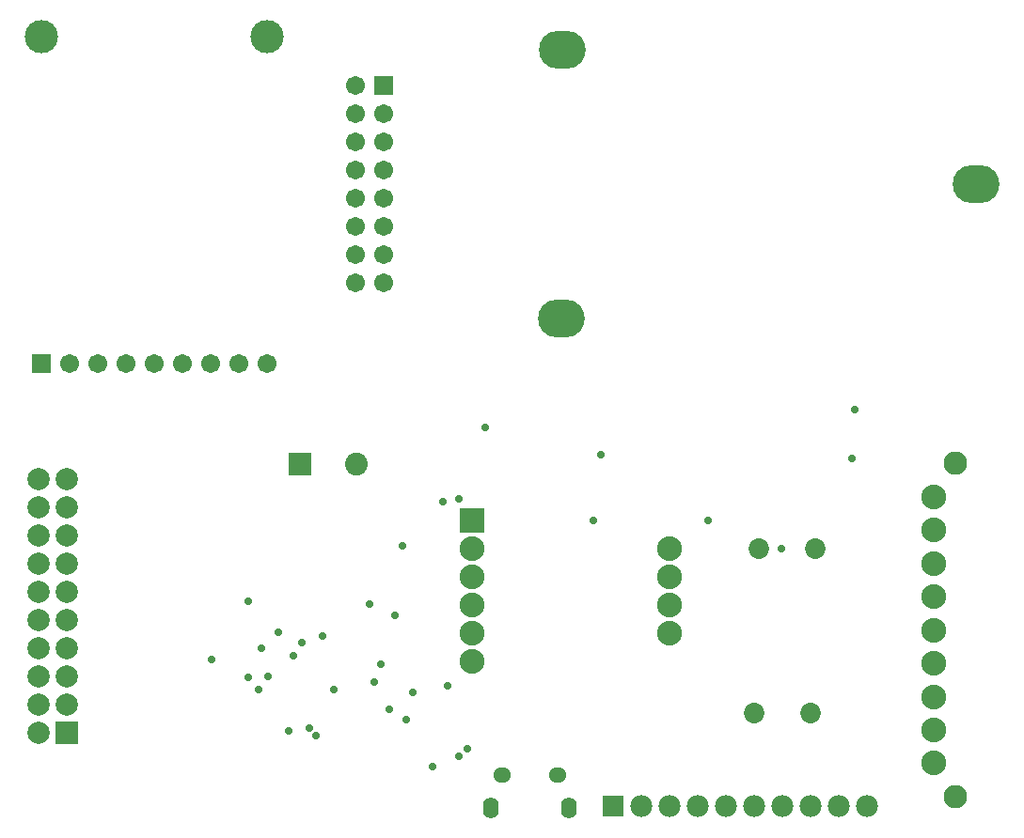
<source format=gbs>
G04*
G04 #@! TF.GenerationSoftware,Altium Limited,Altium Designer,19.1.5 (86)*
G04*
G04 Layer_Color=16711935*
%FSLAX25Y25*%
%MOIN*%
G70*
G01*
G75*
%ADD33C,0.07296*%
%ADD34C,0.08800*%
%ADD35C,0.08300*%
%ADD36R,0.07887X0.07887*%
%ADD37C,0.07887*%
%ADD38C,0.08083*%
%ADD39R,0.08083X0.08083*%
%ADD40R,0.08800X0.08800*%
%ADD41O,0.05524X0.07493*%
%ADD42O,0.06312X0.05328*%
%ADD43C,0.07800*%
%ADD44R,0.07800X0.07800*%
%ADD45C,0.11800*%
%ADD46C,0.06706*%
%ADD47R,0.06706X0.06706*%
%ADD48R,0.06706X0.06706*%
%ADD49O,0.16548X0.13398*%
%ADD50C,0.02800*%
D33*
X606800Y272800D02*
D03*
X626800D02*
D03*
X605200Y214347D02*
D03*
X625200D02*
D03*
D34*
X668800Y291022D02*
D03*
Y279211D02*
D03*
Y267400D02*
D03*
Y255589D02*
D03*
Y243778D02*
D03*
Y231967D02*
D03*
Y220156D02*
D03*
Y208345D02*
D03*
Y196534D02*
D03*
X505100Y272500D02*
D03*
Y262500D02*
D03*
Y252500D02*
D03*
Y242500D02*
D03*
Y232500D02*
D03*
X575100Y272500D02*
D03*
Y262500D02*
D03*
Y252500D02*
D03*
Y242500D02*
D03*
D35*
X676517Y184723D02*
D03*
Y302833D02*
D03*
D36*
X361500Y207300D02*
D03*
D37*
X351500D02*
D03*
X361500Y217300D02*
D03*
X351500D02*
D03*
X361500Y227300D02*
D03*
X351500D02*
D03*
X361500Y237300D02*
D03*
X351500D02*
D03*
X361500Y247300D02*
D03*
X351500D02*
D03*
X361500Y257300D02*
D03*
X351500D02*
D03*
X361500Y267300D02*
D03*
X351500D02*
D03*
X361500Y277300D02*
D03*
X351500D02*
D03*
X361500Y287300D02*
D03*
X351500D02*
D03*
X361500Y297300D02*
D03*
X351500D02*
D03*
D38*
X464302Y302691D02*
D03*
D39*
X444302D02*
D03*
D40*
X505100Y282500D02*
D03*
D41*
X539380Y180821D02*
D03*
X511821D02*
D03*
D42*
X535442Y192239D02*
D03*
X515758D02*
D03*
D43*
X645200Y181200D02*
D03*
X635200D02*
D03*
X625200D02*
D03*
X615200D02*
D03*
X605200D02*
D03*
X595200D02*
D03*
X585200D02*
D03*
X575200D02*
D03*
X565200D02*
D03*
D44*
X555200D02*
D03*
D45*
X432400Y454300D02*
D03*
X352400D02*
D03*
D46*
X372400Y338300D02*
D03*
X432400D02*
D03*
X422400D02*
D03*
X412400D02*
D03*
X402400D02*
D03*
X392400D02*
D03*
X382400D02*
D03*
X362400D02*
D03*
X463980Y366942D02*
D03*
X473980D02*
D03*
X463980Y376942D02*
D03*
X473980D02*
D03*
X463980Y386942D02*
D03*
X473980D02*
D03*
X463980Y396942D02*
D03*
X473980D02*
D03*
X463980Y406942D02*
D03*
X473980D02*
D03*
X463980Y416942D02*
D03*
X473980D02*
D03*
X463980Y426942D02*
D03*
X473980D02*
D03*
X463980Y436942D02*
D03*
D47*
X352400Y338300D02*
D03*
D48*
X473980Y436942D02*
D03*
D49*
X537327Y449527D02*
D03*
X536972Y354362D02*
D03*
X684000Y402000D02*
D03*
D50*
X500500Y290300D02*
D03*
X480400Y273600D02*
D03*
X494800Y289400D02*
D03*
X509800Y315800D02*
D03*
X473000Y231700D02*
D03*
X456270Y222728D02*
D03*
X429411D02*
D03*
X450000Y206200D02*
D03*
X430412Y237308D02*
D03*
X425900Y226927D02*
D03*
Y254100D02*
D03*
X444836Y239441D02*
D03*
X432700Y227300D02*
D03*
X413000Y233400D02*
D03*
X452342Y241796D02*
D03*
X481800Y212027D02*
D03*
X468793Y253056D02*
D03*
X441911Y234500D02*
D03*
X440240Y208050D02*
D03*
X447384Y209100D02*
D03*
X484300Y221500D02*
D03*
X491100Y195300D02*
D03*
X436419Y243047D02*
D03*
X475700Y215700D02*
D03*
X470411Y225426D02*
D03*
X477784Y249119D02*
D03*
X639922Y304647D02*
D03*
X640957Y321853D02*
D03*
X588700Y282800D02*
D03*
X548100Y282500D02*
D03*
X551000Y305900D02*
D03*
X503600Y201800D02*
D03*
X500500Y199100D02*
D03*
X614800Y272800D02*
D03*
X496500Y224100D02*
D03*
M02*

</source>
